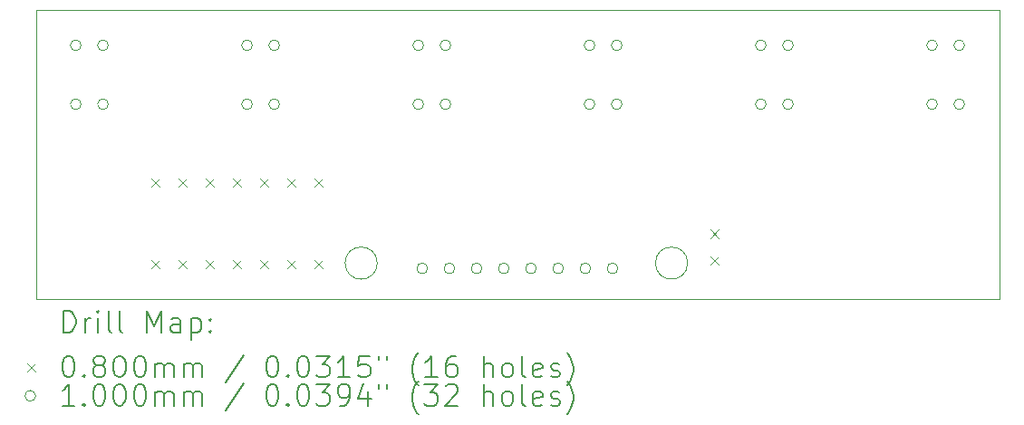
<source format=gbr>
%TF.GenerationSoftware,KiCad,Pcbnew,9.0.1+1*%
%TF.CreationDate,2025-05-09T02:37:28+00:00*%
%TF.ProjectId,modulo_sensor,6d6f6475-6c6f-45f7-9365-6e736f722e6b,rev?*%
%TF.SameCoordinates,Original*%
%TF.FileFunction,Drillmap*%
%TF.FilePolarity,Positive*%
%FSLAX45Y45*%
G04 Gerber Fmt 4.5, Leading zero omitted, Abs format (unit mm)*
G04 Created by KiCad (PCBNEW 9.0.1+1) date 2025-05-09 02:37:28*
%MOMM*%
%LPD*%
G01*
G04 APERTURE LIST*
%ADD10C,0.050000*%
%ADD11C,0.100000*%
%ADD12C,0.200000*%
G04 APERTURE END LIST*
D10*
X5360998Y-5634000D02*
X14360998Y-5634000D01*
X14360998Y-8334000D01*
X5360998Y-8334000D01*
X5360998Y-5634000D01*
D11*
X8550000Y-8000000D02*
G75*
G02*
X8250000Y-8000000I-150000J0D01*
G01*
X8250000Y-8000000D02*
G75*
G02*
X8550000Y-8000000I150000J0D01*
G01*
X11450000Y-8000000D02*
G75*
G02*
X11150000Y-8000000I-150000J0D01*
G01*
X11150000Y-8000000D02*
G75*
G02*
X11450000Y-8000000I150000J0D01*
G01*
D12*
D11*
X6436000Y-7210000D02*
X6516000Y-7290000D01*
X6516000Y-7210000D02*
X6436000Y-7290000D01*
X6436000Y-7972000D02*
X6516000Y-8052000D01*
X6516000Y-7972000D02*
X6436000Y-8052000D01*
X6690000Y-7210000D02*
X6770000Y-7290000D01*
X6770000Y-7210000D02*
X6690000Y-7290000D01*
X6690000Y-7972000D02*
X6770000Y-8052000D01*
X6770000Y-7972000D02*
X6690000Y-8052000D01*
X6944000Y-7210000D02*
X7024000Y-7290000D01*
X7024000Y-7210000D02*
X6944000Y-7290000D01*
X6944000Y-7972000D02*
X7024000Y-8052000D01*
X7024000Y-7972000D02*
X6944000Y-8052000D01*
X7198000Y-7210000D02*
X7278000Y-7290000D01*
X7278000Y-7210000D02*
X7198000Y-7290000D01*
X7198000Y-7972000D02*
X7278000Y-8052000D01*
X7278000Y-7972000D02*
X7198000Y-8052000D01*
X7452000Y-7210000D02*
X7532000Y-7290000D01*
X7532000Y-7210000D02*
X7452000Y-7290000D01*
X7452000Y-7972000D02*
X7532000Y-8052000D01*
X7532000Y-7972000D02*
X7452000Y-8052000D01*
X7706000Y-7210000D02*
X7786000Y-7290000D01*
X7786000Y-7210000D02*
X7706000Y-7290000D01*
X7706000Y-7972000D02*
X7786000Y-8052000D01*
X7786000Y-7972000D02*
X7706000Y-8052000D01*
X7960000Y-7210000D02*
X8040000Y-7290000D01*
X8040000Y-7210000D02*
X7960000Y-7290000D01*
X7960000Y-7972000D02*
X8040000Y-8052000D01*
X8040000Y-7972000D02*
X7960000Y-8052000D01*
X11660000Y-7685000D02*
X11740000Y-7765000D01*
X11740000Y-7685000D02*
X11660000Y-7765000D01*
X11660000Y-7935000D02*
X11740000Y-8015000D01*
X11740000Y-7935000D02*
X11660000Y-8015000D01*
X5783998Y-5965000D02*
G75*
G02*
X5683998Y-5965000I-50000J0D01*
G01*
X5683998Y-5965000D02*
G75*
G02*
X5783998Y-5965000I50000J0D01*
G01*
X5783998Y-6515000D02*
G75*
G02*
X5683998Y-6515000I-50000J0D01*
G01*
X5683998Y-6515000D02*
G75*
G02*
X5783998Y-6515000I50000J0D01*
G01*
X6037998Y-5965000D02*
G75*
G02*
X5937998Y-5965000I-50000J0D01*
G01*
X5937998Y-5965000D02*
G75*
G02*
X6037998Y-5965000I50000J0D01*
G01*
X6037998Y-6515000D02*
G75*
G02*
X5937998Y-6515000I-50000J0D01*
G01*
X5937998Y-6515000D02*
G75*
G02*
X6037998Y-6515000I50000J0D01*
G01*
X7383998Y-5965000D02*
G75*
G02*
X7283998Y-5965000I-50000J0D01*
G01*
X7283998Y-5965000D02*
G75*
G02*
X7383998Y-5965000I50000J0D01*
G01*
X7383998Y-6515000D02*
G75*
G02*
X7283998Y-6515000I-50000J0D01*
G01*
X7283998Y-6515000D02*
G75*
G02*
X7383998Y-6515000I50000J0D01*
G01*
X7637998Y-5965000D02*
G75*
G02*
X7537998Y-5965000I-50000J0D01*
G01*
X7537998Y-5965000D02*
G75*
G02*
X7637998Y-5965000I50000J0D01*
G01*
X7637998Y-6515000D02*
G75*
G02*
X7537998Y-6515000I-50000J0D01*
G01*
X7537998Y-6515000D02*
G75*
G02*
X7637998Y-6515000I50000J0D01*
G01*
X8983998Y-5965000D02*
G75*
G02*
X8883998Y-5965000I-50000J0D01*
G01*
X8883998Y-5965000D02*
G75*
G02*
X8983998Y-5965000I50000J0D01*
G01*
X8983998Y-6515000D02*
G75*
G02*
X8883998Y-6515000I-50000J0D01*
G01*
X8883998Y-6515000D02*
G75*
G02*
X8983998Y-6515000I50000J0D01*
G01*
X9020498Y-8050000D02*
G75*
G02*
X8920498Y-8050000I-50000J0D01*
G01*
X8920498Y-8050000D02*
G75*
G02*
X9020498Y-8050000I50000J0D01*
G01*
X9237998Y-5965000D02*
G75*
G02*
X9137998Y-5965000I-50000J0D01*
G01*
X9137998Y-5965000D02*
G75*
G02*
X9237998Y-5965000I50000J0D01*
G01*
X9237998Y-6515000D02*
G75*
G02*
X9137998Y-6515000I-50000J0D01*
G01*
X9137998Y-6515000D02*
G75*
G02*
X9237998Y-6515000I50000J0D01*
G01*
X9274498Y-8050000D02*
G75*
G02*
X9174498Y-8050000I-50000J0D01*
G01*
X9174498Y-8050000D02*
G75*
G02*
X9274498Y-8050000I50000J0D01*
G01*
X9528498Y-8050000D02*
G75*
G02*
X9428498Y-8050000I-50000J0D01*
G01*
X9428498Y-8050000D02*
G75*
G02*
X9528498Y-8050000I50000J0D01*
G01*
X9782498Y-8050000D02*
G75*
G02*
X9682498Y-8050000I-50000J0D01*
G01*
X9682498Y-8050000D02*
G75*
G02*
X9782498Y-8050000I50000J0D01*
G01*
X10036498Y-8050000D02*
G75*
G02*
X9936498Y-8050000I-50000J0D01*
G01*
X9936498Y-8050000D02*
G75*
G02*
X10036498Y-8050000I50000J0D01*
G01*
X10290498Y-8050000D02*
G75*
G02*
X10190498Y-8050000I-50000J0D01*
G01*
X10190498Y-8050000D02*
G75*
G02*
X10290498Y-8050000I50000J0D01*
G01*
X10544498Y-8050000D02*
G75*
G02*
X10444498Y-8050000I-50000J0D01*
G01*
X10444498Y-8050000D02*
G75*
G02*
X10544498Y-8050000I50000J0D01*
G01*
X10583998Y-5965000D02*
G75*
G02*
X10483998Y-5965000I-50000J0D01*
G01*
X10483998Y-5965000D02*
G75*
G02*
X10583998Y-5965000I50000J0D01*
G01*
X10583998Y-6515000D02*
G75*
G02*
X10483998Y-6515000I-50000J0D01*
G01*
X10483998Y-6515000D02*
G75*
G02*
X10583998Y-6515000I50000J0D01*
G01*
X10798498Y-8050000D02*
G75*
G02*
X10698498Y-8050000I-50000J0D01*
G01*
X10698498Y-8050000D02*
G75*
G02*
X10798498Y-8050000I50000J0D01*
G01*
X10837998Y-5965000D02*
G75*
G02*
X10737998Y-5965000I-50000J0D01*
G01*
X10737998Y-5965000D02*
G75*
G02*
X10837998Y-5965000I50000J0D01*
G01*
X10837998Y-6515000D02*
G75*
G02*
X10737998Y-6515000I-50000J0D01*
G01*
X10737998Y-6515000D02*
G75*
G02*
X10837998Y-6515000I50000J0D01*
G01*
X12183998Y-5965000D02*
G75*
G02*
X12083998Y-5965000I-50000J0D01*
G01*
X12083998Y-5965000D02*
G75*
G02*
X12183998Y-5965000I50000J0D01*
G01*
X12183998Y-6515000D02*
G75*
G02*
X12083998Y-6515000I-50000J0D01*
G01*
X12083998Y-6515000D02*
G75*
G02*
X12183998Y-6515000I50000J0D01*
G01*
X12437998Y-5965000D02*
G75*
G02*
X12337998Y-5965000I-50000J0D01*
G01*
X12337998Y-5965000D02*
G75*
G02*
X12437998Y-5965000I50000J0D01*
G01*
X12437998Y-6515000D02*
G75*
G02*
X12337998Y-6515000I-50000J0D01*
G01*
X12337998Y-6515000D02*
G75*
G02*
X12437998Y-6515000I50000J0D01*
G01*
X13783998Y-5965000D02*
G75*
G02*
X13683998Y-5965000I-50000J0D01*
G01*
X13683998Y-5965000D02*
G75*
G02*
X13783998Y-5965000I50000J0D01*
G01*
X13783998Y-6515000D02*
G75*
G02*
X13683998Y-6515000I-50000J0D01*
G01*
X13683998Y-6515000D02*
G75*
G02*
X13783998Y-6515000I50000J0D01*
G01*
X14037998Y-5965000D02*
G75*
G02*
X13937998Y-5965000I-50000J0D01*
G01*
X13937998Y-5965000D02*
G75*
G02*
X14037998Y-5965000I50000J0D01*
G01*
X14037998Y-6515000D02*
G75*
G02*
X13937998Y-6515000I-50000J0D01*
G01*
X13937998Y-6515000D02*
G75*
G02*
X14037998Y-6515000I50000J0D01*
G01*
D12*
X5619275Y-8647984D02*
X5619275Y-8447984D01*
X5619275Y-8447984D02*
X5666894Y-8447984D01*
X5666894Y-8447984D02*
X5695466Y-8457508D01*
X5695466Y-8457508D02*
X5714513Y-8476555D01*
X5714513Y-8476555D02*
X5724037Y-8495603D01*
X5724037Y-8495603D02*
X5733561Y-8533698D01*
X5733561Y-8533698D02*
X5733561Y-8562270D01*
X5733561Y-8562270D02*
X5724037Y-8600365D01*
X5724037Y-8600365D02*
X5714513Y-8619412D01*
X5714513Y-8619412D02*
X5695466Y-8638460D01*
X5695466Y-8638460D02*
X5666894Y-8647984D01*
X5666894Y-8647984D02*
X5619275Y-8647984D01*
X5819275Y-8647984D02*
X5819275Y-8514650D01*
X5819275Y-8552746D02*
X5828799Y-8533698D01*
X5828799Y-8533698D02*
X5838323Y-8524174D01*
X5838323Y-8524174D02*
X5857370Y-8514650D01*
X5857370Y-8514650D02*
X5876418Y-8514650D01*
X5943085Y-8647984D02*
X5943085Y-8514650D01*
X5943085Y-8447984D02*
X5933561Y-8457508D01*
X5933561Y-8457508D02*
X5943085Y-8467031D01*
X5943085Y-8467031D02*
X5952608Y-8457508D01*
X5952608Y-8457508D02*
X5943085Y-8447984D01*
X5943085Y-8447984D02*
X5943085Y-8467031D01*
X6066894Y-8647984D02*
X6047846Y-8638460D01*
X6047846Y-8638460D02*
X6038323Y-8619412D01*
X6038323Y-8619412D02*
X6038323Y-8447984D01*
X6171656Y-8647984D02*
X6152608Y-8638460D01*
X6152608Y-8638460D02*
X6143085Y-8619412D01*
X6143085Y-8619412D02*
X6143085Y-8447984D01*
X6400227Y-8647984D02*
X6400227Y-8447984D01*
X6400227Y-8447984D02*
X6466894Y-8590841D01*
X6466894Y-8590841D02*
X6533561Y-8447984D01*
X6533561Y-8447984D02*
X6533561Y-8647984D01*
X6714513Y-8647984D02*
X6714513Y-8543222D01*
X6714513Y-8543222D02*
X6704989Y-8524174D01*
X6704989Y-8524174D02*
X6685942Y-8514650D01*
X6685942Y-8514650D02*
X6647846Y-8514650D01*
X6647846Y-8514650D02*
X6628799Y-8524174D01*
X6714513Y-8638460D02*
X6695466Y-8647984D01*
X6695466Y-8647984D02*
X6647846Y-8647984D01*
X6647846Y-8647984D02*
X6628799Y-8638460D01*
X6628799Y-8638460D02*
X6619275Y-8619412D01*
X6619275Y-8619412D02*
X6619275Y-8600365D01*
X6619275Y-8600365D02*
X6628799Y-8581317D01*
X6628799Y-8581317D02*
X6647846Y-8571793D01*
X6647846Y-8571793D02*
X6695466Y-8571793D01*
X6695466Y-8571793D02*
X6714513Y-8562270D01*
X6809751Y-8514650D02*
X6809751Y-8714650D01*
X6809751Y-8524174D02*
X6828799Y-8514650D01*
X6828799Y-8514650D02*
X6866894Y-8514650D01*
X6866894Y-8514650D02*
X6885942Y-8524174D01*
X6885942Y-8524174D02*
X6895466Y-8533698D01*
X6895466Y-8533698D02*
X6904989Y-8552746D01*
X6904989Y-8552746D02*
X6904989Y-8609889D01*
X6904989Y-8609889D02*
X6895466Y-8628936D01*
X6895466Y-8628936D02*
X6885942Y-8638460D01*
X6885942Y-8638460D02*
X6866894Y-8647984D01*
X6866894Y-8647984D02*
X6828799Y-8647984D01*
X6828799Y-8647984D02*
X6809751Y-8638460D01*
X6990704Y-8628936D02*
X7000227Y-8638460D01*
X7000227Y-8638460D02*
X6990704Y-8647984D01*
X6990704Y-8647984D02*
X6981180Y-8638460D01*
X6981180Y-8638460D02*
X6990704Y-8628936D01*
X6990704Y-8628936D02*
X6990704Y-8647984D01*
X6990704Y-8524174D02*
X7000227Y-8533698D01*
X7000227Y-8533698D02*
X6990704Y-8543222D01*
X6990704Y-8543222D02*
X6981180Y-8533698D01*
X6981180Y-8533698D02*
X6990704Y-8524174D01*
X6990704Y-8524174D02*
X6990704Y-8543222D01*
D11*
X5278498Y-8936500D02*
X5358498Y-9016500D01*
X5358498Y-8936500D02*
X5278498Y-9016500D01*
D12*
X5657370Y-8867984D02*
X5676418Y-8867984D01*
X5676418Y-8867984D02*
X5695466Y-8877508D01*
X5695466Y-8877508D02*
X5704989Y-8887031D01*
X5704989Y-8887031D02*
X5714513Y-8906079D01*
X5714513Y-8906079D02*
X5724037Y-8944174D01*
X5724037Y-8944174D02*
X5724037Y-8991793D01*
X5724037Y-8991793D02*
X5714513Y-9029889D01*
X5714513Y-9029889D02*
X5704989Y-9048936D01*
X5704989Y-9048936D02*
X5695466Y-9058460D01*
X5695466Y-9058460D02*
X5676418Y-9067984D01*
X5676418Y-9067984D02*
X5657370Y-9067984D01*
X5657370Y-9067984D02*
X5638323Y-9058460D01*
X5638323Y-9058460D02*
X5628799Y-9048936D01*
X5628799Y-9048936D02*
X5619275Y-9029889D01*
X5619275Y-9029889D02*
X5609751Y-8991793D01*
X5609751Y-8991793D02*
X5609751Y-8944174D01*
X5609751Y-8944174D02*
X5619275Y-8906079D01*
X5619275Y-8906079D02*
X5628799Y-8887031D01*
X5628799Y-8887031D02*
X5638323Y-8877508D01*
X5638323Y-8877508D02*
X5657370Y-8867984D01*
X5809751Y-9048936D02*
X5819275Y-9058460D01*
X5819275Y-9058460D02*
X5809751Y-9067984D01*
X5809751Y-9067984D02*
X5800227Y-9058460D01*
X5800227Y-9058460D02*
X5809751Y-9048936D01*
X5809751Y-9048936D02*
X5809751Y-9067984D01*
X5933561Y-8953698D02*
X5914513Y-8944174D01*
X5914513Y-8944174D02*
X5904989Y-8934650D01*
X5904989Y-8934650D02*
X5895466Y-8915603D01*
X5895466Y-8915603D02*
X5895466Y-8906079D01*
X5895466Y-8906079D02*
X5904989Y-8887031D01*
X5904989Y-8887031D02*
X5914513Y-8877508D01*
X5914513Y-8877508D02*
X5933561Y-8867984D01*
X5933561Y-8867984D02*
X5971656Y-8867984D01*
X5971656Y-8867984D02*
X5990704Y-8877508D01*
X5990704Y-8877508D02*
X6000227Y-8887031D01*
X6000227Y-8887031D02*
X6009751Y-8906079D01*
X6009751Y-8906079D02*
X6009751Y-8915603D01*
X6009751Y-8915603D02*
X6000227Y-8934650D01*
X6000227Y-8934650D02*
X5990704Y-8944174D01*
X5990704Y-8944174D02*
X5971656Y-8953698D01*
X5971656Y-8953698D02*
X5933561Y-8953698D01*
X5933561Y-8953698D02*
X5914513Y-8963222D01*
X5914513Y-8963222D02*
X5904989Y-8972746D01*
X5904989Y-8972746D02*
X5895466Y-8991793D01*
X5895466Y-8991793D02*
X5895466Y-9029889D01*
X5895466Y-9029889D02*
X5904989Y-9048936D01*
X5904989Y-9048936D02*
X5914513Y-9058460D01*
X5914513Y-9058460D02*
X5933561Y-9067984D01*
X5933561Y-9067984D02*
X5971656Y-9067984D01*
X5971656Y-9067984D02*
X5990704Y-9058460D01*
X5990704Y-9058460D02*
X6000227Y-9048936D01*
X6000227Y-9048936D02*
X6009751Y-9029889D01*
X6009751Y-9029889D02*
X6009751Y-8991793D01*
X6009751Y-8991793D02*
X6000227Y-8972746D01*
X6000227Y-8972746D02*
X5990704Y-8963222D01*
X5990704Y-8963222D02*
X5971656Y-8953698D01*
X6133561Y-8867984D02*
X6152608Y-8867984D01*
X6152608Y-8867984D02*
X6171656Y-8877508D01*
X6171656Y-8877508D02*
X6181180Y-8887031D01*
X6181180Y-8887031D02*
X6190704Y-8906079D01*
X6190704Y-8906079D02*
X6200227Y-8944174D01*
X6200227Y-8944174D02*
X6200227Y-8991793D01*
X6200227Y-8991793D02*
X6190704Y-9029889D01*
X6190704Y-9029889D02*
X6181180Y-9048936D01*
X6181180Y-9048936D02*
X6171656Y-9058460D01*
X6171656Y-9058460D02*
X6152608Y-9067984D01*
X6152608Y-9067984D02*
X6133561Y-9067984D01*
X6133561Y-9067984D02*
X6114513Y-9058460D01*
X6114513Y-9058460D02*
X6104989Y-9048936D01*
X6104989Y-9048936D02*
X6095466Y-9029889D01*
X6095466Y-9029889D02*
X6085942Y-8991793D01*
X6085942Y-8991793D02*
X6085942Y-8944174D01*
X6085942Y-8944174D02*
X6095466Y-8906079D01*
X6095466Y-8906079D02*
X6104989Y-8887031D01*
X6104989Y-8887031D02*
X6114513Y-8877508D01*
X6114513Y-8877508D02*
X6133561Y-8867984D01*
X6324037Y-8867984D02*
X6343085Y-8867984D01*
X6343085Y-8867984D02*
X6362132Y-8877508D01*
X6362132Y-8877508D02*
X6371656Y-8887031D01*
X6371656Y-8887031D02*
X6381180Y-8906079D01*
X6381180Y-8906079D02*
X6390704Y-8944174D01*
X6390704Y-8944174D02*
X6390704Y-8991793D01*
X6390704Y-8991793D02*
X6381180Y-9029889D01*
X6381180Y-9029889D02*
X6371656Y-9048936D01*
X6371656Y-9048936D02*
X6362132Y-9058460D01*
X6362132Y-9058460D02*
X6343085Y-9067984D01*
X6343085Y-9067984D02*
X6324037Y-9067984D01*
X6324037Y-9067984D02*
X6304989Y-9058460D01*
X6304989Y-9058460D02*
X6295466Y-9048936D01*
X6295466Y-9048936D02*
X6285942Y-9029889D01*
X6285942Y-9029889D02*
X6276418Y-8991793D01*
X6276418Y-8991793D02*
X6276418Y-8944174D01*
X6276418Y-8944174D02*
X6285942Y-8906079D01*
X6285942Y-8906079D02*
X6295466Y-8887031D01*
X6295466Y-8887031D02*
X6304989Y-8877508D01*
X6304989Y-8877508D02*
X6324037Y-8867984D01*
X6476418Y-9067984D02*
X6476418Y-8934650D01*
X6476418Y-8953698D02*
X6485942Y-8944174D01*
X6485942Y-8944174D02*
X6504989Y-8934650D01*
X6504989Y-8934650D02*
X6533561Y-8934650D01*
X6533561Y-8934650D02*
X6552608Y-8944174D01*
X6552608Y-8944174D02*
X6562132Y-8963222D01*
X6562132Y-8963222D02*
X6562132Y-9067984D01*
X6562132Y-8963222D02*
X6571656Y-8944174D01*
X6571656Y-8944174D02*
X6590704Y-8934650D01*
X6590704Y-8934650D02*
X6619275Y-8934650D01*
X6619275Y-8934650D02*
X6638323Y-8944174D01*
X6638323Y-8944174D02*
X6647847Y-8963222D01*
X6647847Y-8963222D02*
X6647847Y-9067984D01*
X6743085Y-9067984D02*
X6743085Y-8934650D01*
X6743085Y-8953698D02*
X6752608Y-8944174D01*
X6752608Y-8944174D02*
X6771656Y-8934650D01*
X6771656Y-8934650D02*
X6800228Y-8934650D01*
X6800228Y-8934650D02*
X6819275Y-8944174D01*
X6819275Y-8944174D02*
X6828799Y-8963222D01*
X6828799Y-8963222D02*
X6828799Y-9067984D01*
X6828799Y-8963222D02*
X6838323Y-8944174D01*
X6838323Y-8944174D02*
X6857370Y-8934650D01*
X6857370Y-8934650D02*
X6885942Y-8934650D01*
X6885942Y-8934650D02*
X6904989Y-8944174D01*
X6904989Y-8944174D02*
X6914513Y-8963222D01*
X6914513Y-8963222D02*
X6914513Y-9067984D01*
X7304989Y-8858460D02*
X7133561Y-9115603D01*
X7562132Y-8867984D02*
X7581180Y-8867984D01*
X7581180Y-8867984D02*
X7600228Y-8877508D01*
X7600228Y-8877508D02*
X7609751Y-8887031D01*
X7609751Y-8887031D02*
X7619275Y-8906079D01*
X7619275Y-8906079D02*
X7628799Y-8944174D01*
X7628799Y-8944174D02*
X7628799Y-8991793D01*
X7628799Y-8991793D02*
X7619275Y-9029889D01*
X7619275Y-9029889D02*
X7609751Y-9048936D01*
X7609751Y-9048936D02*
X7600228Y-9058460D01*
X7600228Y-9058460D02*
X7581180Y-9067984D01*
X7581180Y-9067984D02*
X7562132Y-9067984D01*
X7562132Y-9067984D02*
X7543085Y-9058460D01*
X7543085Y-9058460D02*
X7533561Y-9048936D01*
X7533561Y-9048936D02*
X7524037Y-9029889D01*
X7524037Y-9029889D02*
X7514513Y-8991793D01*
X7514513Y-8991793D02*
X7514513Y-8944174D01*
X7514513Y-8944174D02*
X7524037Y-8906079D01*
X7524037Y-8906079D02*
X7533561Y-8887031D01*
X7533561Y-8887031D02*
X7543085Y-8877508D01*
X7543085Y-8877508D02*
X7562132Y-8867984D01*
X7714513Y-9048936D02*
X7724037Y-9058460D01*
X7724037Y-9058460D02*
X7714513Y-9067984D01*
X7714513Y-9067984D02*
X7704990Y-9058460D01*
X7704990Y-9058460D02*
X7714513Y-9048936D01*
X7714513Y-9048936D02*
X7714513Y-9067984D01*
X7847847Y-8867984D02*
X7866894Y-8867984D01*
X7866894Y-8867984D02*
X7885942Y-8877508D01*
X7885942Y-8877508D02*
X7895466Y-8887031D01*
X7895466Y-8887031D02*
X7904990Y-8906079D01*
X7904990Y-8906079D02*
X7914513Y-8944174D01*
X7914513Y-8944174D02*
X7914513Y-8991793D01*
X7914513Y-8991793D02*
X7904990Y-9029889D01*
X7904990Y-9029889D02*
X7895466Y-9048936D01*
X7895466Y-9048936D02*
X7885942Y-9058460D01*
X7885942Y-9058460D02*
X7866894Y-9067984D01*
X7866894Y-9067984D02*
X7847847Y-9067984D01*
X7847847Y-9067984D02*
X7828799Y-9058460D01*
X7828799Y-9058460D02*
X7819275Y-9048936D01*
X7819275Y-9048936D02*
X7809751Y-9029889D01*
X7809751Y-9029889D02*
X7800228Y-8991793D01*
X7800228Y-8991793D02*
X7800228Y-8944174D01*
X7800228Y-8944174D02*
X7809751Y-8906079D01*
X7809751Y-8906079D02*
X7819275Y-8887031D01*
X7819275Y-8887031D02*
X7828799Y-8877508D01*
X7828799Y-8877508D02*
X7847847Y-8867984D01*
X7981180Y-8867984D02*
X8104990Y-8867984D01*
X8104990Y-8867984D02*
X8038323Y-8944174D01*
X8038323Y-8944174D02*
X8066894Y-8944174D01*
X8066894Y-8944174D02*
X8085942Y-8953698D01*
X8085942Y-8953698D02*
X8095466Y-8963222D01*
X8095466Y-8963222D02*
X8104990Y-8982270D01*
X8104990Y-8982270D02*
X8104990Y-9029889D01*
X8104990Y-9029889D02*
X8095466Y-9048936D01*
X8095466Y-9048936D02*
X8085942Y-9058460D01*
X8085942Y-9058460D02*
X8066894Y-9067984D01*
X8066894Y-9067984D02*
X8009751Y-9067984D01*
X8009751Y-9067984D02*
X7990704Y-9058460D01*
X7990704Y-9058460D02*
X7981180Y-9048936D01*
X8295466Y-9067984D02*
X8181180Y-9067984D01*
X8238323Y-9067984D02*
X8238323Y-8867984D01*
X8238323Y-8867984D02*
X8219275Y-8896555D01*
X8219275Y-8896555D02*
X8200228Y-8915603D01*
X8200228Y-8915603D02*
X8181180Y-8925127D01*
X8476418Y-8867984D02*
X8381180Y-8867984D01*
X8381180Y-8867984D02*
X8371656Y-8963222D01*
X8371656Y-8963222D02*
X8381180Y-8953698D01*
X8381180Y-8953698D02*
X8400228Y-8944174D01*
X8400228Y-8944174D02*
X8447847Y-8944174D01*
X8447847Y-8944174D02*
X8466894Y-8953698D01*
X8466894Y-8953698D02*
X8476418Y-8963222D01*
X8476418Y-8963222D02*
X8485942Y-8982270D01*
X8485942Y-8982270D02*
X8485942Y-9029889D01*
X8485942Y-9029889D02*
X8476418Y-9048936D01*
X8476418Y-9048936D02*
X8466894Y-9058460D01*
X8466894Y-9058460D02*
X8447847Y-9067984D01*
X8447847Y-9067984D02*
X8400228Y-9067984D01*
X8400228Y-9067984D02*
X8381180Y-9058460D01*
X8381180Y-9058460D02*
X8371656Y-9048936D01*
X8562133Y-8867984D02*
X8562133Y-8906079D01*
X8638323Y-8867984D02*
X8638323Y-8906079D01*
X8933561Y-9144174D02*
X8924037Y-9134650D01*
X8924037Y-9134650D02*
X8904990Y-9106079D01*
X8904990Y-9106079D02*
X8895466Y-9087031D01*
X8895466Y-9087031D02*
X8885942Y-9058460D01*
X8885942Y-9058460D02*
X8876418Y-9010841D01*
X8876418Y-9010841D02*
X8876418Y-8972746D01*
X8876418Y-8972746D02*
X8885942Y-8925127D01*
X8885942Y-8925127D02*
X8895466Y-8896555D01*
X8895466Y-8896555D02*
X8904990Y-8877508D01*
X8904990Y-8877508D02*
X8924037Y-8848936D01*
X8924037Y-8848936D02*
X8933561Y-8839412D01*
X9114514Y-9067984D02*
X9000228Y-9067984D01*
X9057371Y-9067984D02*
X9057371Y-8867984D01*
X9057371Y-8867984D02*
X9038323Y-8896555D01*
X9038323Y-8896555D02*
X9019275Y-8915603D01*
X9019275Y-8915603D02*
X9000228Y-8925127D01*
X9285942Y-8867984D02*
X9247847Y-8867984D01*
X9247847Y-8867984D02*
X9228799Y-8877508D01*
X9228799Y-8877508D02*
X9219275Y-8887031D01*
X9219275Y-8887031D02*
X9200228Y-8915603D01*
X9200228Y-8915603D02*
X9190704Y-8953698D01*
X9190704Y-8953698D02*
X9190704Y-9029889D01*
X9190704Y-9029889D02*
X9200228Y-9048936D01*
X9200228Y-9048936D02*
X9209752Y-9058460D01*
X9209752Y-9058460D02*
X9228799Y-9067984D01*
X9228799Y-9067984D02*
X9266895Y-9067984D01*
X9266895Y-9067984D02*
X9285942Y-9058460D01*
X9285942Y-9058460D02*
X9295466Y-9048936D01*
X9295466Y-9048936D02*
X9304990Y-9029889D01*
X9304990Y-9029889D02*
X9304990Y-8982270D01*
X9304990Y-8982270D02*
X9295466Y-8963222D01*
X9295466Y-8963222D02*
X9285942Y-8953698D01*
X9285942Y-8953698D02*
X9266895Y-8944174D01*
X9266895Y-8944174D02*
X9228799Y-8944174D01*
X9228799Y-8944174D02*
X9209752Y-8953698D01*
X9209752Y-8953698D02*
X9200228Y-8963222D01*
X9200228Y-8963222D02*
X9190704Y-8982270D01*
X9543085Y-9067984D02*
X9543085Y-8867984D01*
X9628799Y-9067984D02*
X9628799Y-8963222D01*
X9628799Y-8963222D02*
X9619276Y-8944174D01*
X9619276Y-8944174D02*
X9600228Y-8934650D01*
X9600228Y-8934650D02*
X9571656Y-8934650D01*
X9571656Y-8934650D02*
X9552609Y-8944174D01*
X9552609Y-8944174D02*
X9543085Y-8953698D01*
X9752609Y-9067984D02*
X9733561Y-9058460D01*
X9733561Y-9058460D02*
X9724037Y-9048936D01*
X9724037Y-9048936D02*
X9714514Y-9029889D01*
X9714514Y-9029889D02*
X9714514Y-8972746D01*
X9714514Y-8972746D02*
X9724037Y-8953698D01*
X9724037Y-8953698D02*
X9733561Y-8944174D01*
X9733561Y-8944174D02*
X9752609Y-8934650D01*
X9752609Y-8934650D02*
X9781180Y-8934650D01*
X9781180Y-8934650D02*
X9800228Y-8944174D01*
X9800228Y-8944174D02*
X9809752Y-8953698D01*
X9809752Y-8953698D02*
X9819276Y-8972746D01*
X9819276Y-8972746D02*
X9819276Y-9029889D01*
X9819276Y-9029889D02*
X9809752Y-9048936D01*
X9809752Y-9048936D02*
X9800228Y-9058460D01*
X9800228Y-9058460D02*
X9781180Y-9067984D01*
X9781180Y-9067984D02*
X9752609Y-9067984D01*
X9933561Y-9067984D02*
X9914514Y-9058460D01*
X9914514Y-9058460D02*
X9904990Y-9039412D01*
X9904990Y-9039412D02*
X9904990Y-8867984D01*
X10085942Y-9058460D02*
X10066895Y-9067984D01*
X10066895Y-9067984D02*
X10028799Y-9067984D01*
X10028799Y-9067984D02*
X10009752Y-9058460D01*
X10009752Y-9058460D02*
X10000228Y-9039412D01*
X10000228Y-9039412D02*
X10000228Y-8963222D01*
X10000228Y-8963222D02*
X10009752Y-8944174D01*
X10009752Y-8944174D02*
X10028799Y-8934650D01*
X10028799Y-8934650D02*
X10066895Y-8934650D01*
X10066895Y-8934650D02*
X10085942Y-8944174D01*
X10085942Y-8944174D02*
X10095466Y-8963222D01*
X10095466Y-8963222D02*
X10095466Y-8982270D01*
X10095466Y-8982270D02*
X10000228Y-9001317D01*
X10171657Y-9058460D02*
X10190704Y-9067984D01*
X10190704Y-9067984D02*
X10228799Y-9067984D01*
X10228799Y-9067984D02*
X10247847Y-9058460D01*
X10247847Y-9058460D02*
X10257371Y-9039412D01*
X10257371Y-9039412D02*
X10257371Y-9029889D01*
X10257371Y-9029889D02*
X10247847Y-9010841D01*
X10247847Y-9010841D02*
X10228799Y-9001317D01*
X10228799Y-9001317D02*
X10200228Y-9001317D01*
X10200228Y-9001317D02*
X10181180Y-8991793D01*
X10181180Y-8991793D02*
X10171657Y-8972746D01*
X10171657Y-8972746D02*
X10171657Y-8963222D01*
X10171657Y-8963222D02*
X10181180Y-8944174D01*
X10181180Y-8944174D02*
X10200228Y-8934650D01*
X10200228Y-8934650D02*
X10228799Y-8934650D01*
X10228799Y-8934650D02*
X10247847Y-8944174D01*
X10324038Y-9144174D02*
X10333561Y-9134650D01*
X10333561Y-9134650D02*
X10352609Y-9106079D01*
X10352609Y-9106079D02*
X10362133Y-9087031D01*
X10362133Y-9087031D02*
X10371657Y-9058460D01*
X10371657Y-9058460D02*
X10381180Y-9010841D01*
X10381180Y-9010841D02*
X10381180Y-8972746D01*
X10381180Y-8972746D02*
X10371657Y-8925127D01*
X10371657Y-8925127D02*
X10362133Y-8896555D01*
X10362133Y-8896555D02*
X10352609Y-8877508D01*
X10352609Y-8877508D02*
X10333561Y-8848936D01*
X10333561Y-8848936D02*
X10324038Y-8839412D01*
D11*
X5358498Y-9240500D02*
G75*
G02*
X5258498Y-9240500I-50000J0D01*
G01*
X5258498Y-9240500D02*
G75*
G02*
X5358498Y-9240500I50000J0D01*
G01*
D12*
X5724037Y-9331984D02*
X5609751Y-9331984D01*
X5666894Y-9331984D02*
X5666894Y-9131984D01*
X5666894Y-9131984D02*
X5647846Y-9160555D01*
X5647846Y-9160555D02*
X5628799Y-9179603D01*
X5628799Y-9179603D02*
X5609751Y-9189127D01*
X5809751Y-9312936D02*
X5819275Y-9322460D01*
X5819275Y-9322460D02*
X5809751Y-9331984D01*
X5809751Y-9331984D02*
X5800227Y-9322460D01*
X5800227Y-9322460D02*
X5809751Y-9312936D01*
X5809751Y-9312936D02*
X5809751Y-9331984D01*
X5943085Y-9131984D02*
X5962132Y-9131984D01*
X5962132Y-9131984D02*
X5981180Y-9141508D01*
X5981180Y-9141508D02*
X5990704Y-9151031D01*
X5990704Y-9151031D02*
X6000227Y-9170079D01*
X6000227Y-9170079D02*
X6009751Y-9208174D01*
X6009751Y-9208174D02*
X6009751Y-9255793D01*
X6009751Y-9255793D02*
X6000227Y-9293889D01*
X6000227Y-9293889D02*
X5990704Y-9312936D01*
X5990704Y-9312936D02*
X5981180Y-9322460D01*
X5981180Y-9322460D02*
X5962132Y-9331984D01*
X5962132Y-9331984D02*
X5943085Y-9331984D01*
X5943085Y-9331984D02*
X5924037Y-9322460D01*
X5924037Y-9322460D02*
X5914513Y-9312936D01*
X5914513Y-9312936D02*
X5904989Y-9293889D01*
X5904989Y-9293889D02*
X5895466Y-9255793D01*
X5895466Y-9255793D02*
X5895466Y-9208174D01*
X5895466Y-9208174D02*
X5904989Y-9170079D01*
X5904989Y-9170079D02*
X5914513Y-9151031D01*
X5914513Y-9151031D02*
X5924037Y-9141508D01*
X5924037Y-9141508D02*
X5943085Y-9131984D01*
X6133561Y-9131984D02*
X6152608Y-9131984D01*
X6152608Y-9131984D02*
X6171656Y-9141508D01*
X6171656Y-9141508D02*
X6181180Y-9151031D01*
X6181180Y-9151031D02*
X6190704Y-9170079D01*
X6190704Y-9170079D02*
X6200227Y-9208174D01*
X6200227Y-9208174D02*
X6200227Y-9255793D01*
X6200227Y-9255793D02*
X6190704Y-9293889D01*
X6190704Y-9293889D02*
X6181180Y-9312936D01*
X6181180Y-9312936D02*
X6171656Y-9322460D01*
X6171656Y-9322460D02*
X6152608Y-9331984D01*
X6152608Y-9331984D02*
X6133561Y-9331984D01*
X6133561Y-9331984D02*
X6114513Y-9322460D01*
X6114513Y-9322460D02*
X6104989Y-9312936D01*
X6104989Y-9312936D02*
X6095466Y-9293889D01*
X6095466Y-9293889D02*
X6085942Y-9255793D01*
X6085942Y-9255793D02*
X6085942Y-9208174D01*
X6085942Y-9208174D02*
X6095466Y-9170079D01*
X6095466Y-9170079D02*
X6104989Y-9151031D01*
X6104989Y-9151031D02*
X6114513Y-9141508D01*
X6114513Y-9141508D02*
X6133561Y-9131984D01*
X6324037Y-9131984D02*
X6343085Y-9131984D01*
X6343085Y-9131984D02*
X6362132Y-9141508D01*
X6362132Y-9141508D02*
X6371656Y-9151031D01*
X6371656Y-9151031D02*
X6381180Y-9170079D01*
X6381180Y-9170079D02*
X6390704Y-9208174D01*
X6390704Y-9208174D02*
X6390704Y-9255793D01*
X6390704Y-9255793D02*
X6381180Y-9293889D01*
X6381180Y-9293889D02*
X6371656Y-9312936D01*
X6371656Y-9312936D02*
X6362132Y-9322460D01*
X6362132Y-9322460D02*
X6343085Y-9331984D01*
X6343085Y-9331984D02*
X6324037Y-9331984D01*
X6324037Y-9331984D02*
X6304989Y-9322460D01*
X6304989Y-9322460D02*
X6295466Y-9312936D01*
X6295466Y-9312936D02*
X6285942Y-9293889D01*
X6285942Y-9293889D02*
X6276418Y-9255793D01*
X6276418Y-9255793D02*
X6276418Y-9208174D01*
X6276418Y-9208174D02*
X6285942Y-9170079D01*
X6285942Y-9170079D02*
X6295466Y-9151031D01*
X6295466Y-9151031D02*
X6304989Y-9141508D01*
X6304989Y-9141508D02*
X6324037Y-9131984D01*
X6476418Y-9331984D02*
X6476418Y-9198650D01*
X6476418Y-9217698D02*
X6485942Y-9208174D01*
X6485942Y-9208174D02*
X6504989Y-9198650D01*
X6504989Y-9198650D02*
X6533561Y-9198650D01*
X6533561Y-9198650D02*
X6552608Y-9208174D01*
X6552608Y-9208174D02*
X6562132Y-9227222D01*
X6562132Y-9227222D02*
X6562132Y-9331984D01*
X6562132Y-9227222D02*
X6571656Y-9208174D01*
X6571656Y-9208174D02*
X6590704Y-9198650D01*
X6590704Y-9198650D02*
X6619275Y-9198650D01*
X6619275Y-9198650D02*
X6638323Y-9208174D01*
X6638323Y-9208174D02*
X6647847Y-9227222D01*
X6647847Y-9227222D02*
X6647847Y-9331984D01*
X6743085Y-9331984D02*
X6743085Y-9198650D01*
X6743085Y-9217698D02*
X6752608Y-9208174D01*
X6752608Y-9208174D02*
X6771656Y-9198650D01*
X6771656Y-9198650D02*
X6800228Y-9198650D01*
X6800228Y-9198650D02*
X6819275Y-9208174D01*
X6819275Y-9208174D02*
X6828799Y-9227222D01*
X6828799Y-9227222D02*
X6828799Y-9331984D01*
X6828799Y-9227222D02*
X6838323Y-9208174D01*
X6838323Y-9208174D02*
X6857370Y-9198650D01*
X6857370Y-9198650D02*
X6885942Y-9198650D01*
X6885942Y-9198650D02*
X6904989Y-9208174D01*
X6904989Y-9208174D02*
X6914513Y-9227222D01*
X6914513Y-9227222D02*
X6914513Y-9331984D01*
X7304989Y-9122460D02*
X7133561Y-9379603D01*
X7562132Y-9131984D02*
X7581180Y-9131984D01*
X7581180Y-9131984D02*
X7600228Y-9141508D01*
X7600228Y-9141508D02*
X7609751Y-9151031D01*
X7609751Y-9151031D02*
X7619275Y-9170079D01*
X7619275Y-9170079D02*
X7628799Y-9208174D01*
X7628799Y-9208174D02*
X7628799Y-9255793D01*
X7628799Y-9255793D02*
X7619275Y-9293889D01*
X7619275Y-9293889D02*
X7609751Y-9312936D01*
X7609751Y-9312936D02*
X7600228Y-9322460D01*
X7600228Y-9322460D02*
X7581180Y-9331984D01*
X7581180Y-9331984D02*
X7562132Y-9331984D01*
X7562132Y-9331984D02*
X7543085Y-9322460D01*
X7543085Y-9322460D02*
X7533561Y-9312936D01*
X7533561Y-9312936D02*
X7524037Y-9293889D01*
X7524037Y-9293889D02*
X7514513Y-9255793D01*
X7514513Y-9255793D02*
X7514513Y-9208174D01*
X7514513Y-9208174D02*
X7524037Y-9170079D01*
X7524037Y-9170079D02*
X7533561Y-9151031D01*
X7533561Y-9151031D02*
X7543085Y-9141508D01*
X7543085Y-9141508D02*
X7562132Y-9131984D01*
X7714513Y-9312936D02*
X7724037Y-9322460D01*
X7724037Y-9322460D02*
X7714513Y-9331984D01*
X7714513Y-9331984D02*
X7704990Y-9322460D01*
X7704990Y-9322460D02*
X7714513Y-9312936D01*
X7714513Y-9312936D02*
X7714513Y-9331984D01*
X7847847Y-9131984D02*
X7866894Y-9131984D01*
X7866894Y-9131984D02*
X7885942Y-9141508D01*
X7885942Y-9141508D02*
X7895466Y-9151031D01*
X7895466Y-9151031D02*
X7904990Y-9170079D01*
X7904990Y-9170079D02*
X7914513Y-9208174D01*
X7914513Y-9208174D02*
X7914513Y-9255793D01*
X7914513Y-9255793D02*
X7904990Y-9293889D01*
X7904990Y-9293889D02*
X7895466Y-9312936D01*
X7895466Y-9312936D02*
X7885942Y-9322460D01*
X7885942Y-9322460D02*
X7866894Y-9331984D01*
X7866894Y-9331984D02*
X7847847Y-9331984D01*
X7847847Y-9331984D02*
X7828799Y-9322460D01*
X7828799Y-9322460D02*
X7819275Y-9312936D01*
X7819275Y-9312936D02*
X7809751Y-9293889D01*
X7809751Y-9293889D02*
X7800228Y-9255793D01*
X7800228Y-9255793D02*
X7800228Y-9208174D01*
X7800228Y-9208174D02*
X7809751Y-9170079D01*
X7809751Y-9170079D02*
X7819275Y-9151031D01*
X7819275Y-9151031D02*
X7828799Y-9141508D01*
X7828799Y-9141508D02*
X7847847Y-9131984D01*
X7981180Y-9131984D02*
X8104990Y-9131984D01*
X8104990Y-9131984D02*
X8038323Y-9208174D01*
X8038323Y-9208174D02*
X8066894Y-9208174D01*
X8066894Y-9208174D02*
X8085942Y-9217698D01*
X8085942Y-9217698D02*
X8095466Y-9227222D01*
X8095466Y-9227222D02*
X8104990Y-9246270D01*
X8104990Y-9246270D02*
X8104990Y-9293889D01*
X8104990Y-9293889D02*
X8095466Y-9312936D01*
X8095466Y-9312936D02*
X8085942Y-9322460D01*
X8085942Y-9322460D02*
X8066894Y-9331984D01*
X8066894Y-9331984D02*
X8009751Y-9331984D01*
X8009751Y-9331984D02*
X7990704Y-9322460D01*
X7990704Y-9322460D02*
X7981180Y-9312936D01*
X8200228Y-9331984D02*
X8238323Y-9331984D01*
X8238323Y-9331984D02*
X8257371Y-9322460D01*
X8257371Y-9322460D02*
X8266894Y-9312936D01*
X8266894Y-9312936D02*
X8285942Y-9284365D01*
X8285942Y-9284365D02*
X8295466Y-9246270D01*
X8295466Y-9246270D02*
X8295466Y-9170079D01*
X8295466Y-9170079D02*
X8285942Y-9151031D01*
X8285942Y-9151031D02*
X8276418Y-9141508D01*
X8276418Y-9141508D02*
X8257371Y-9131984D01*
X8257371Y-9131984D02*
X8219275Y-9131984D01*
X8219275Y-9131984D02*
X8200228Y-9141508D01*
X8200228Y-9141508D02*
X8190704Y-9151031D01*
X8190704Y-9151031D02*
X8181180Y-9170079D01*
X8181180Y-9170079D02*
X8181180Y-9217698D01*
X8181180Y-9217698D02*
X8190704Y-9236746D01*
X8190704Y-9236746D02*
X8200228Y-9246270D01*
X8200228Y-9246270D02*
X8219275Y-9255793D01*
X8219275Y-9255793D02*
X8257371Y-9255793D01*
X8257371Y-9255793D02*
X8276418Y-9246270D01*
X8276418Y-9246270D02*
X8285942Y-9236746D01*
X8285942Y-9236746D02*
X8295466Y-9217698D01*
X8466894Y-9198650D02*
X8466894Y-9331984D01*
X8419275Y-9122460D02*
X8371656Y-9265317D01*
X8371656Y-9265317D02*
X8495466Y-9265317D01*
X8562133Y-9131984D02*
X8562133Y-9170079D01*
X8638323Y-9131984D02*
X8638323Y-9170079D01*
X8933561Y-9408174D02*
X8924037Y-9398650D01*
X8924037Y-9398650D02*
X8904990Y-9370079D01*
X8904990Y-9370079D02*
X8895466Y-9351031D01*
X8895466Y-9351031D02*
X8885942Y-9322460D01*
X8885942Y-9322460D02*
X8876418Y-9274841D01*
X8876418Y-9274841D02*
X8876418Y-9236746D01*
X8876418Y-9236746D02*
X8885942Y-9189127D01*
X8885942Y-9189127D02*
X8895466Y-9160555D01*
X8895466Y-9160555D02*
X8904990Y-9141508D01*
X8904990Y-9141508D02*
X8924037Y-9112936D01*
X8924037Y-9112936D02*
X8933561Y-9103412D01*
X8990704Y-9131984D02*
X9114514Y-9131984D01*
X9114514Y-9131984D02*
X9047847Y-9208174D01*
X9047847Y-9208174D02*
X9076418Y-9208174D01*
X9076418Y-9208174D02*
X9095466Y-9217698D01*
X9095466Y-9217698D02*
X9104990Y-9227222D01*
X9104990Y-9227222D02*
X9114514Y-9246270D01*
X9114514Y-9246270D02*
X9114514Y-9293889D01*
X9114514Y-9293889D02*
X9104990Y-9312936D01*
X9104990Y-9312936D02*
X9095466Y-9322460D01*
X9095466Y-9322460D02*
X9076418Y-9331984D01*
X9076418Y-9331984D02*
X9019275Y-9331984D01*
X9019275Y-9331984D02*
X9000228Y-9322460D01*
X9000228Y-9322460D02*
X8990704Y-9312936D01*
X9190704Y-9151031D02*
X9200228Y-9141508D01*
X9200228Y-9141508D02*
X9219275Y-9131984D01*
X9219275Y-9131984D02*
X9266895Y-9131984D01*
X9266895Y-9131984D02*
X9285942Y-9141508D01*
X9285942Y-9141508D02*
X9295466Y-9151031D01*
X9295466Y-9151031D02*
X9304990Y-9170079D01*
X9304990Y-9170079D02*
X9304990Y-9189127D01*
X9304990Y-9189127D02*
X9295466Y-9217698D01*
X9295466Y-9217698D02*
X9181180Y-9331984D01*
X9181180Y-9331984D02*
X9304990Y-9331984D01*
X9543085Y-9331984D02*
X9543085Y-9131984D01*
X9628799Y-9331984D02*
X9628799Y-9227222D01*
X9628799Y-9227222D02*
X9619276Y-9208174D01*
X9619276Y-9208174D02*
X9600228Y-9198650D01*
X9600228Y-9198650D02*
X9571656Y-9198650D01*
X9571656Y-9198650D02*
X9552609Y-9208174D01*
X9552609Y-9208174D02*
X9543085Y-9217698D01*
X9752609Y-9331984D02*
X9733561Y-9322460D01*
X9733561Y-9322460D02*
X9724037Y-9312936D01*
X9724037Y-9312936D02*
X9714514Y-9293889D01*
X9714514Y-9293889D02*
X9714514Y-9236746D01*
X9714514Y-9236746D02*
X9724037Y-9217698D01*
X9724037Y-9217698D02*
X9733561Y-9208174D01*
X9733561Y-9208174D02*
X9752609Y-9198650D01*
X9752609Y-9198650D02*
X9781180Y-9198650D01*
X9781180Y-9198650D02*
X9800228Y-9208174D01*
X9800228Y-9208174D02*
X9809752Y-9217698D01*
X9809752Y-9217698D02*
X9819276Y-9236746D01*
X9819276Y-9236746D02*
X9819276Y-9293889D01*
X9819276Y-9293889D02*
X9809752Y-9312936D01*
X9809752Y-9312936D02*
X9800228Y-9322460D01*
X9800228Y-9322460D02*
X9781180Y-9331984D01*
X9781180Y-9331984D02*
X9752609Y-9331984D01*
X9933561Y-9331984D02*
X9914514Y-9322460D01*
X9914514Y-9322460D02*
X9904990Y-9303412D01*
X9904990Y-9303412D02*
X9904990Y-9131984D01*
X10085942Y-9322460D02*
X10066895Y-9331984D01*
X10066895Y-9331984D02*
X10028799Y-9331984D01*
X10028799Y-9331984D02*
X10009752Y-9322460D01*
X10009752Y-9322460D02*
X10000228Y-9303412D01*
X10000228Y-9303412D02*
X10000228Y-9227222D01*
X10000228Y-9227222D02*
X10009752Y-9208174D01*
X10009752Y-9208174D02*
X10028799Y-9198650D01*
X10028799Y-9198650D02*
X10066895Y-9198650D01*
X10066895Y-9198650D02*
X10085942Y-9208174D01*
X10085942Y-9208174D02*
X10095466Y-9227222D01*
X10095466Y-9227222D02*
X10095466Y-9246270D01*
X10095466Y-9246270D02*
X10000228Y-9265317D01*
X10171657Y-9322460D02*
X10190704Y-9331984D01*
X10190704Y-9331984D02*
X10228799Y-9331984D01*
X10228799Y-9331984D02*
X10247847Y-9322460D01*
X10247847Y-9322460D02*
X10257371Y-9303412D01*
X10257371Y-9303412D02*
X10257371Y-9293889D01*
X10257371Y-9293889D02*
X10247847Y-9274841D01*
X10247847Y-9274841D02*
X10228799Y-9265317D01*
X10228799Y-9265317D02*
X10200228Y-9265317D01*
X10200228Y-9265317D02*
X10181180Y-9255793D01*
X10181180Y-9255793D02*
X10171657Y-9236746D01*
X10171657Y-9236746D02*
X10171657Y-9227222D01*
X10171657Y-9227222D02*
X10181180Y-9208174D01*
X10181180Y-9208174D02*
X10200228Y-9198650D01*
X10200228Y-9198650D02*
X10228799Y-9198650D01*
X10228799Y-9198650D02*
X10247847Y-9208174D01*
X10324038Y-9408174D02*
X10333561Y-9398650D01*
X10333561Y-9398650D02*
X10352609Y-9370079D01*
X10352609Y-9370079D02*
X10362133Y-9351031D01*
X10362133Y-9351031D02*
X10371657Y-9322460D01*
X10371657Y-9322460D02*
X10381180Y-9274841D01*
X10381180Y-9274841D02*
X10381180Y-9236746D01*
X10381180Y-9236746D02*
X10371657Y-9189127D01*
X10371657Y-9189127D02*
X10362133Y-9160555D01*
X10362133Y-9160555D02*
X10352609Y-9141508D01*
X10352609Y-9141508D02*
X10333561Y-9112936D01*
X10333561Y-9112936D02*
X10324038Y-9103412D01*
M02*

</source>
